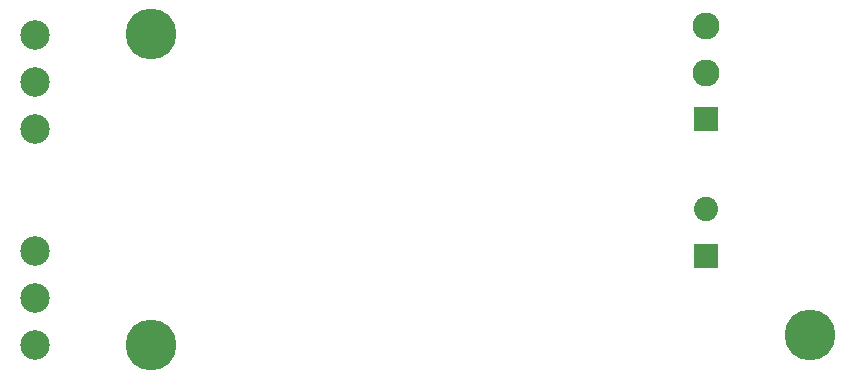
<source format=gbr>
%TF.GenerationSoftware,KiCad,Pcbnew,(6.0.2)*%
%TF.CreationDate,2022-03-05T20:41:57-07:00*%
%TF.ProjectId,H0001-Solenoid-Driver,48303030-312d-4536-9f6c-656e6f69642d,rev?*%
%TF.SameCoordinates,Original*%
%TF.FileFunction,Soldermask,Bot*%
%TF.FilePolarity,Negative*%
%FSLAX46Y46*%
G04 Gerber Fmt 4.6, Leading zero omitted, Abs format (unit mm)*
G04 Created by KiCad (PCBNEW (6.0.2)) date 2022-03-05 20:41:57*
%MOMM*%
%LPD*%
G01*
G04 APERTURE LIST*
%ADD10R,2.050000X2.050000*%
%ADD11C,2.050000*%
%ADD12C,2.500000*%
%ADD13C,4.300000*%
%ADD14C,2.286000*%
G04 APERTURE END LIST*
D10*
%TO.C,P1*%
X154689700Y-87900100D03*
D11*
X154689700Y-83940100D03*
%TD*%
D12*
%TO.C,P4*%
X97915000Y-95400000D03*
X97915000Y-91440000D03*
X97915000Y-87480000D03*
%TD*%
%TO.C,P3*%
X97915000Y-77112000D03*
X97915000Y-73152000D03*
X97915000Y-69192000D03*
%TD*%
D13*
%TO.C,H3*%
X107696000Y-69088000D03*
%TD*%
D10*
%TO.C,P2*%
X154740500Y-76316500D03*
D14*
X154740500Y-72356500D03*
X154740500Y-68396500D03*
%TD*%
D13*
%TO.C,H1*%
X163525200Y-94538800D03*
%TD*%
%TO.C,H2*%
X107696000Y-95377000D03*
%TD*%
M02*

</source>
